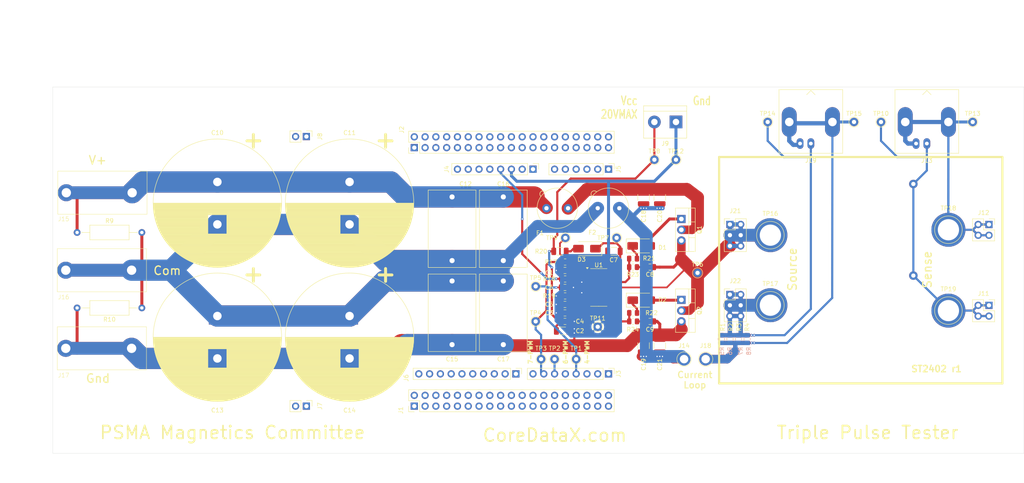
<source format=kicad_pcb>
(kicad_pcb (version 20240108) (generator "pcbnew") (generator_version "8.0")
  (title_block (title "Triple Pulse Core Tester") (date "2025-01-31") (rev "1") (company "CoreDataX"))
  (layers (0 "F.Cu" signal) (31 "B.Cu" signal) (34 "B.Paste" user) (35 "F.Paste" user) (36 "B.SilkS" user "B.Silkscreen") (37 "F.SilkS" user "F.Silkscreen") (38 "B.Mask" user) (39 "F.Mask" user) (44 "Edge.Cuts" user))
  (net 0 "")
  (net 1 "GND")
  (net 2 "Net-(U1-IN)")
  (net 3 "Net-(J9-Pin_2)")
  (net 4 "Net-(U1-DT)")
  (net 5 "SD")
  (net 6 "Net-(D3-K)")
  (net 7 "Net-(D1-A)")
  (net 8 "Net-(D2-A)")
  (net 9 "Net-(D1-K)")
  (net 10 "Net-(D2-K)")
  (net 11 "Net-(D3-A)")
  (net 12 "FIX_A")
  (net 13 "FIX_B")
  (net 14 "Net-(J11-Pin_1)")
  (net 15 "PWM")
  (net 16 "Net-(U1-HVG)")
  (net 17 "Net-(U1-LVG)")
  (net 103 "Net-(J16-Pin_1)")
  (net 107 "5V")
  (net 128 "Net-(J12-Pin_1)")
  (net 129 "Net-(J15-Pin_1)")
  (net 130 "Net-(J18-Pin_1)")
  (net 131 "Net-(J3-Pin_6)")
  (net 132 "Net-(J19-In)")
  (net 133 "unconnected-(J6-Pin_3-Pad3)")
  (net 135 "unconnected-(J6-Pin_4-Pad4)")
  (net 136 "Net-(Q1-D)")
  (footprint "Fuse:Fuseholder_TR5_Littelfuse_No560_No460" (layer "F.Cu") (at 165.735 82.55 180)
    (property "Reference" "F2")
    (property "Value" "6.3A FA" (hide yes))
  )
  (footprint "Resistor_SMD:R_0805_2012Metric" (layer "F.Cu") (at 152.9825 99.22)
    (property "Reference" "R18")
    (property "Value" "43k" (hide yes))
  )
  (footprint "Connector_PinSocket_2.54mm:PinSocket_2x02_P2.54mm_Vertical" (layer "F.Cu") (at 252.75 105.43)
    (property "Reference" "J11")
    (property "Value" "Conn_02x02_Top_Bottom")
  )
  (footprint "Capacitor_THT:C_Rect_L18.0mm_W11.0mm_P15.00mm_FKS3_FKP3" (layer "F.Cu") (at 138.43 79.89 -90)
    (property "Reference" "C16")
    (property "Value" "4.7uF" (hide yes))
  )
  (footprint "Resistor_SMD:R_0805_2012Metric" (layer "F.Cu") (at 193.818 113.3875 90)
    (property "Reference" "R3")
    (property "Value" "R820")
  )
  (footprint "TestPoint:TestPoint_THTPad_D2.0mm_Drill1.0mm" (layer "F.Cu") (at 147.32 118.11)
    (property "Reference" "TP3")
    (property "Value" "TestPoint" (hide yes))
  )
  (footprint "Package_TO_SOT_THT:TO-220-3_Vertical" (layer "F.Cu") (at 180.34 85.09 -90)
    (property "Reference" "Q1")
    (property "Value" "STB100N10F7")
  )
  (footprint "Connector_PinHeader_2.54mm:PinHeader_2x03_P2.54mm_Vertical" (layer "F.Cu") (at 191.765 102.885)
    (property "Reference" "J22")
    (property "Value" "Conn_02x03_Top_Bottom")
  )
  (footprint "Connector_PinHeader_2.54mm:PinHeader_2x19_P2.54mm_Vertical" (layer "F.Cu") (at 117.475 68.275 90)
    (property "Reference" "J2")
    (property "Value" "Conn_02x19_Odd_Even" (hide yes))
  )
  (footprint "Connector_PinSocket_2.54mm:PinSocket_2x02_P2.54mm_Vertical" (layer "F.Cu") (at 252.75 86.38)
    (property "Reference" "J12")
    (property "Value" "Conn_02x02_Top_Bottom")
  )
  (footprint "MountingHole:MountingHole_3.2mm_M3_DIN965" (layer "F.Cu") (at 36.83 135.89)
    (property "Reference" "H6" (hide yes))
    (property "Value" "MountingHole" (hide yes))
  )
  (footprint "Connector_PinHeader_2.54mm:PinHeader_1x08_P2.54mm_Vertical" (layer "F.Cu") (at 145.415 73.355 -90)
    (property "Reference" "J4")
    (property "Value" "Conn_01x08")
  )
  (footprint "MountingHole:MountingHole_3.2mm_M3_DIN965" (layer "F.Cu") (at 112.395 135.89)
    (property "Reference" "H7" (hide yes))
    (property "Value" "MountingHole" (hide yes))
  )
  (footprint "TestPoint:TestPoint_Plated_Hole_D5.0mm" (layer "F.Cu") (at 243.205 87.63)
    (property "Reference" "TP18")
    (property "Value" "TestPoint")
  )
  (footprint "Capacitor_SMD:C_0805_2012Metric" (layer "F.Cu") (at 172.945 96.425)
    (property "Reference" "C8")
    (property "Value" "C" (hide yes))
  )
  (footprint "Resistor_SMD:R_0805_2012Metric" (layer "F.Cu") (at 168.9675 94.425)
    (property "Reference" "R21")
    (property "Value" "R" (hide yes))
  )
  (footprint "TestPoint:TestPoint_Plated_Hole_D2.0mm" (layer "F.Cu") (at 180.975 118.11)
    (property "Reference" "J14")
    (property "Value" "Screw_Terminal_01x01" (hide yes))
  )
  (footprint "Capacitor_SMD:C_0805_2012Metric" (layer "F.Cu") (at 152.945 107.22 180)
    (property "Reference" "C3")
    (property "Value" "220nF 50V" (hide yes))
  )
  (footprint "TerminalBlock:TerminalBlock_bornier-2_P5.08mm" (layer "F.Cu") (at 179.07 62.23 180)
    (property "Reference" "J9")
    (property "Value" "Screw_Terminal_01x02")
  )
  (footprint "Capacitor_THT:C_Rect_L18.0mm_W11.0mm_P15.00mm_FKS3_FKP3" (layer "F.Cu") (at 126.365 79.89 -90)
    (property "Reference" "C12")
    (property "Value" "4.7uF" (hide yes))
  )
  (footprint "Capacitor_SMD:C_0805_2012Metric" (layer "F.Cu") (at 152.945 101.22)
    (property "Reference" "C6")
    (property "Value" "33pF/25V" (hide yes))
  )
  (footprint "TestPoint:TestPoint_THTPad_D2.0mm_Drill1.0mm" (layer "F.Cu") (at 184.15 97.79)
    (property "Reference" "TP6")
    (property "Value" "ORG")
  )
  (footprint "Capacitor_SMD:C_0805_2012Metric" (layer "F.Cu") (at 152.945 97.22 180)
    (property "Reference" "C1")
    (property "Value" "33pF/25V" (hide yes))
  )
  (footprint "Fuse:Fuseholder_TR5_Littelfuse_No560_No460" (layer "F.Cu") (at 153.67 82.56 180)
    (property "Reference" "F1")
    (property "Value" "6.3A FA")
  )
  (footprint "Resistor_SMD:R_0805_2012Metric" (layer "F.Cu") (at 168.9675 96.425)
    (property "Reference" "R23")
    (property "Value" "10R" (hide yes))
  )
  (footprint "Resistor_SMD:R_0805_2012Metric" (layer "F.Cu") (at 152.9825 103.22 180)
    (property "Reference" "R19")
    (property "Value" "R" (hide yes))
  )
  (footprint "Capacitor_SMD:C_1210_3225Metric" (layer "F.Cu") (at 171.45 114.935 90)
    (property "Reference" "C19")
    (property "Value" "10uF 50V")
  )
  (footprint "Connector_Coaxial:BNC_Amphenol_B6252HB-NPP3G-50_Horizontal" (layer "F.Cu") (at 210.82 67.31)
    (property "Reference" "J19")
    (property "Value" "BNC")
  )
  (footprint "Resistor_SMD:R_0805_2012Metric" (layer "F.Cu") (at 168.9825 107.22 180)
    (property "Reference" "R22")
    (property "Value" "R" (hide yes))
  )
  (footprint "Resistor_THT:R_Axial_DIN0309_L9.0mm_D3.2mm_P15.24mm_Horizontal" (layer "F.Cu") (at 38.1 88.265)
    (property "Reference" "R9")
    (property "Value" "3k 0.5W")
  )
  (footprint "Capacitor_SMD:C_0805_2012Metric" (layer "F.Cu") (at 152.945 109.22)
    (property "Reference" "C4")
    (property "Value" "220nF 50V" (hide yes))
  )
  (footprint "Diode_SMD:D_SMA" (layer "F.Cu") (at 170.895 104.22)
    (property "Reference" "D2")
    (property "Value" "30V,2A" (hide yes))
  )
  (footprint "Connector_Coaxial:BNC_Amphenol_B6252HB-NPP3G-50_Horizontal" (layer "F.Cu") (at 238.125 67.31)
    (property "Reference" "J13")
    (property "Value" "BNC")
  )
  (footprint "TestPoint:TestPoint_Plated_Hole_D5.0mm" (layer "F.Cu") (at 201.295 105.41)
    (property "Reference" "TP17")
    (property "Value" "TestPoint")
  )
  (footprint "Package_SO:SO-14_3.9x8.65mm_P1.27mm" (layer "F.Cu") (at 160.895 101.22)
    (property "Reference" "U1")
    (property "Value" "L6494LD" (hide yes))
  )
  (footprint "TestPoint:TestPoint_THTPad_D2.0mm_Drill1.0mm" (layer "F.Cu") (at 200.66 62.23)
    (property "Reference" "TP14")
    (property "Value" "WHT")
  )
  (footprint "Capacitor_THT:CP_Radial_D30.0mm_P10.00mm_SnapIn" (layer "F.Cu") (at 102.235 107.95 -90)
    (property "Reference" "C14")
    (property "Value" "1000uF")
  )
  (footprint "Connector_PinHeader_2.54mm:PinHeader_2x19_P2.54mm_Vertical" (layer "F.Cu") (at 117.475 129.185 90)
    (property "Reference" "J1")
    (property "Value" "Conn_02x19_Odd_Even" (hide yes))
  )
  (footprint "Resistor_SMD:R_0805_2012Metric" (layer "F.Cu") (at 168.9825 109.22)
    (property "Reference" "R24")
    (property "Value" "10R" (hide yes))
  )
  (footprint "Diode_SMD:D_SMA" (layer "F.Cu") (at 158.115 92.075 180)
    (property "Reference" "D3")
    (property "Value" "D")
  )
  (footprint "TestPoint:TestPoint_THTPad_D2.0mm_Drill1.0mm" (layer "F.Cu") (at 179.07 71.12)
    (property "Reference" "TP12")
    (property "Value" "TestPoint")
  )
  (footprint "MountingHole:MountingHole_3.2mm_M3_DIN965" (layer "F.Cu") (at 36.83 59.055)
    (property "Reference" "H5" (hide yes))
    (property "Value" "MountingHole" (hide yes))
  )
  (footprint "Capacitor_THT:CP_Radial_D30.0mm_P10.00mm_SnapIn" (layer "F.Cu") (at 71.12 76.36 -90)
    (property "Reference" "C10")
    (property "Value" "1000uF")
  )
  (footprint "Connector_PinHeader_2.54mm:PinHeader_1x02_P2.54mm_Vertical" (layer "F.Cu") (at 92.075 65.659 -90)
    (property "Reference" "J8")
    (property "Value" "Conn_01x02" (hide yes))
  )
  (footprint "Capacitor_SMD:C_1206_3216Metric" (layer "F.Cu") (at 164.465 92.71 180)
    (property "Reference" "C7")
    (property "Value" "2.2uF" (hide yes))
  )
  (footprint "TestPoint:TestPoint_THTPad_D2.0mm_Drill1.0mm" (layer "F.Cu") (at 173.99 71.12)
    (property "Reference" "TP8")
    (property "Value" "TestPoint")
  )
  (footprint "Capacitor_SMD:C_1210_3225Metric" (layer "F.Cu") (at 175.26 114.935 90)
    (property "Reference" "C21")
    (property "Value" "10uF 50V")
  )
  (footprint "Connector_PinHeader_2.54mm:PinHeader_1x10_P2.54mm_Vertical" (layer "F.Cu") (at 141.395 121.585 -90)
    (property "Reference" "J6")
    (property "Value" "Conn_01x10" (hide yes))
  )
  (footprint "TestPoint:TestPoint_THTPad_D2.0mm_Drill1.0mm" (layer "F.Cu") (at 146.05 100.965)
    (property "Reference" "TP5")
    (property "Value" "TestPoint")
  )
  (footprint "TestPoint:TestPoint_THTPad_D2.0mm_Drill1.0mm" (layer "F.Cu") (at 150.495 118.11)
    (property "Reference" "TP2")
    (property "Value" "TestPoint" (hide yes))
  )
  (footprint "Resistor_SMD:R_0805_2012Metric" (layer "F.Cu") (at 189.738 113.3875 90)
    (property "Reference" "R1")
    (property "Value" "R820")
  )
  (footprint "TestPoint:TestPoint_THTPad_D2.0mm_Drill1.0mm" (layer "F.Cu") (at 146.05 109.22)
    (property "Reference" "TP4")
    (property "Value" "TestPoint" (hide yes))
  )
  (footprint "Capacitor_SMD:C_1210_3225Metric" (layer "F.Cu") (at 175.26 80.01 -90)
    (property "Reference" "C20")
    (property "Value" "10uF 50V")
  )
  (footprint "MountingHole:MountingHole_3.2mm_M3_DIN965" (layer "F.Cu") (at 112.395 59.055)
    (property "Reference" "H8" (hide yes))
    (property "Value" "MountingHole" (hide yes))
  )
  (footprint "TestPoint:TestPoint_THTPad_D2.0mm_Drill1.0mm" (layer "F.Cu") (at 153.035 89.535)
    (property "Reference" "TP9")
    (property "Value" "WHT")
  )
  (footprint "Resistor_SMD:R_0805_2012Metric" (layer "F.Cu") (at 195.818 113.3875 90)
    (property "Reference" "R4")
    (property "Value" "R820")
  )
  (footprint "Capacitor_SMD:C_1210_3225Metric" (layer "F.Cu") (at 171.45 80.01 -90)
    (property "Reference" "C18")
    (property "Value" "10uF 50V")
  )
  (footprint "TestPoint:TestPoint_Plated_Hole_D2.0mm" (layer "F.Cu") (at 186.055 118.11)
    (property "Reference" "J18")
    (property "Value" "Screw_Terminal_01x01" (hide yes))
  )
  (footprint "Library:Banana_4mm_pcb" (layer "F.Cu") (at 43.18 97.155 180)
    (property "Reference" "J16")
    (property "Value" "Screw_Terminal_01x01" (hide yes))
  )
  (footprint "Resistor_SMD:R_0805_2012Metric" (layer "F.Cu") (at 152.9825 95.22 180)
    (property "Reference" "R17")
    (property "Value" "1k" (hide yes))
  )
  (footprint "TestPoint:TestPoint_THTPad_D2.0mm_Drill1.0mm" (layer "F.Cu") (at 165.1 89.535)
    (property "Reference" "TP7")
    (property "Value" "ORG")
  )
  (footprint "MountingHole:MountingHole_3.2mm_M3_DIN965" (layer "F.Cu") (at 192.405 135.89)
    (property "Reference" "H4" (hide yes))
    (property "Value" "MountingHole" (hide yes))
  )
  (footprint "Capacitor_SMD:C_0805_2012Metric" (layer "F.Cu") (at 152.945 105.22 180)
    (property "Reference" "C5")
    (property "Value" "220nF/50V" (hide yes))
  )
  (footprint "MountingHole:MountingHole_3.2mm_M3_DIN965" (layer "F.Cu") (at 256.54 136)
    (property "Reference" "H2" (hide yes))
    (property "Value" "MountingHole" (hide yes))
  )
  (footprint "TestPoint:TestPoint_THTPad_D2.0mm_Drill1.0mm" (layer "F.Cu") (at 160.655 110.49)
    (property "Reference" "TP11")
    (property "Value" "BLK")
  )
  (footprint "Package_TO_SOT_THT:TO-220-3_Vertical" (layer "F.Cu") (at 180.34 104.14 -90)
    (property "Reference" "Q2")
    (property "Value" "STB100N10F7")
  )
  (footprint "Connector_PinHeader_2.54mm:PinHeader_1x06_P2.54mm_Vertical" (layer "F.Cu") (at 163.195 73.355 -90)
    (property "Reference" "J5")
    (property "Value" "Conn_01x06" (hide yes))
  )
  (footprint "TestPoint:TestPoint_THTPad_D2.0mm_Drill1.0mm" (layer "F.Cu") (at 155.575 118.11)
    (property "Reference" "TP1")
    (property "Value" "TestPoint" (hide yes))
  )
  (footprint "TestPoint:TestPoint_Plated_Hole_D5.0mm" (layer "F.Cu") (at 201.295 88.9)
    (property "Reference" "TP16")
    (property "Value" "TestPoint")
  )
  (footprint "Resistor_THT:R_Axial_DIN0309_L9.0mm_D3.2mm_P15.24mm_Horizontal" (layer "F.Cu") (at 53.34 106.045 180)
    (property "Reference" "R10")
    (property "Value" "3k 0.5W")
  )
  (footprint "Diode_SMD:D_SMA" (layer "F.Cu") (at 170.88 91.425)
    (property "Reference" "D1")
    (property "Value" "30V,2A" (hide yes))
  )
  (footprint "Capacitor_SMD:C_0805_2012Metric" (layer "F.Cu") (at 172.945 109.22)
    (property "Reference" "C9")
    (property "Value" "C" (hide yes))
  )
  (footprint "Capacitor_SMD:C_1206_3216Metric" (layer "F.Cu") (at 152.395 111.47)
    (property "Reference" "C2")
    (property "Value" "10uF 50V" (hide yes))
  )
  (footprint "Library:Banana_4mm_pcb" (layer "F.Cu") (at 43.18 115.57 180)
    (property "Reference" "J17")
    (property "Value" "Screw_Terminal_01x01" (hide yes))
  )
  (footprint "Library:Banana_4mm_pcb" (layer "F.Cu") (at 43.31 78.9 180)
    (property "Reference" "J15")
    (property "Value" "Screw_Terminal_01x01" (hide yes))
  )
  (footprint "TestPoint:TestPoint_THTPad_D2.0mm_Drill1.0mm" (layer "F.Cu") (at 220.98 62.23)
    (property "Reference" "TP15")
    (property "Value" "ORG" (hide yes))
  )
  (footprint "TestPoint:TestPoint_THTPad_D2.0mm_Drill1.0mm" (layer "F.Cu") (at 248.92 62.23)
    (property "Reference" "TP13")
    (property "Value" "ORG")
  )
  (footprint "Capacitor_THT:C_Rect_L18.0mm_W11.0mm_P15.00mm_FKS3_FKP3" (layer "F.Cu") (at 138.43 99.695 -90)
    (property "Reference" "C17")
    (property "Value" "4.7uF" (hide yes))
  )
  (footprint "MountingHole:MountingHole_3.2mm_M3_DIN965" (layer "F.Cu") (at 192.405 59.055)
    (property "Reference" "H3" (hide yes))
    (property "Value" "MountingHole" (hide yes))
  )
  (footprint "Capacitor_THT:CP_Radial_D30.0mm_P10.00mm_SnapIn" (layer "F.Cu") (at 71.12 107.95 -90)
    (property "Reference" "C13")
    (property "Value" "1000uF")
  )
  (footprint "Connector_PinHeader_2.54mm:PinHeader_1x02_P2.54mm_Vertical" (layer "F.Cu") (at 92.075 129.185 -90)
    (property "Reference" "J7")
    (property "Value" "Conn_01x02" (hide yes))
  )
  (footprint "Capacitor_THT:C_Rect_L18.0mm_W11.0mm_P15.00mm_FKS3_FKP3" (layer "F.Cu") (at 126.365 99.695 -90)
    (property "Reference" "C15")
    (property "Value" "4.7uF" (hide yes))
  )
  (footprint "MountingHole:MountingHole_3.2mm_M3_DIN965" (layer "F.Cu") (at 256.54 59.055)
    (property "Reference" "H1" (hide yes))
    (property "Value" "MountingHole" (hide yes))
  )
  (footprint "Connector_PinHeader_2.54mm:PinHeader_1x08_P2.54mm_Vertical" (layer "F.Cu") (at 163.195 121.585 -90)
    (property "Reference" "J3")
    (property "Value" "Conn_01x08" (hide yes))
  )
  (footprint "Resistor_SMD:R_1206_3216Metric" (layer "F.Cu") (at 151.765 92.71)
    (property "Reference" "R20")
    (property "Value" "10R" (hide yes))
  )
  (footprint "Connector_PinHeader_2.54mm:PinHeader_2x03_P2.54mm_Vertical" (layer "F.Cu") (at 191.77 86.36)
    (property "Reference" "J21")
    (property "Value" "Conn_02x03_Top_Bottom")
  )
  (footprint "TestPoint:TestPoint_Plated_Hole_D5.0mm" (layer "F.Cu") (at 243.205 106.68)
    (property "Reference" "TP19")
    (property "Value" "TestPoint")
  )
  (footprint "TestPoint:TestPoint_THTPad_D2.0mm_Drill1.0mm" (layer "F.Cu") (at 227.33 62.23)
    (property "Reference" "TP10")
    (property "Value" "WHT")
  )
  (footprint "Resistor_SMD:R_0805_2012Metric" (layer "F.Cu") (at 191.818 113.3875 90)
    (property "Reference" "R2")
    (property "Value" "R820")
  )
  (footprint "Capacitor_THT:CP_Radial_D30.0mm_P10.00mm_SnapIn" (layer "F.Cu") (at 102.235 76.36 -90)
    (property "Reference" "C11")
    (property "Value" "1000uF")
  )
  (footprint "Resistor_SMD:R_0805_2012Metric" (layer "B.Cu") (at 189.738 113.3875 90)
    (property "Reference" "R5")
    (property "Value" "R820")
  )
  (footprint "Resistor_SMD:R_0805_2012Metric" (layer "B.Cu") (at 191.77 113.3875 90)
    (property "Reference" "R6")
    (property "Value" "R820")
  )
  (footprint "Resistor_SMD:R_0805_2012Metric" (layer "B.Cu") (at 195.818 113.3875 90)
    (property "Reference" "R8")
    (property "Value" "R820")
  )
  (footprint "Resistor_SMD:R_0805_2012Metric" (layer "B.Cu") (at 193.802 113.3875 90)
    (property "Reference" "R7")
    (property "Value" "R820")
  )
  (gr_line (start 78.095 66.680869) (end 81.095 66.680869) (stroke (width 0.7)) (layer "F.SilkS"))
  (gr_line (start 189.23 123.825) (end 189.23 70.485) (stroke (width 0.5)) (layer "F.SilkS"))
  (gr_line (start 189.23 70.485) (end 255.905 70.485) (stroke (width 0.5)) (layer "F.SilkS"))
  (gr_line (start 79.595 96.770869) (end 79.595 99.770869) (stroke (width 0.7)) (layer "F.SilkS"))
  (gr_line (start 110.71 96.770869) (end 110.71 99.770869) (stroke (width 0.7)) (layer "F.SilkS"))
  (gr_line (start 79.595 65.180869) (end 79.595 68.180869) (stroke (width 0.7)) (layer "F.SilkS"))
  (gr_line (start 78.095 98.270869) (end 81.095 98.270869) (stroke (width 0.7)) (layer "F.SilkS"))
  (gr_line (start 110.71 65.180869) (end 110.71 68.180869) (stroke (width 0.7)) (layer "F.SilkS"))
  (gr_line (start 255.905 123.825) (end 189.23 123.825) (stroke (width 0.5)) (layer "F.SilkS"))
  (gr_line (start 109.21 98.270869) (end 112.21 98.270869) (stroke (width 0.7)) (layer "F.SilkS"))
  (gr_line (start 109.21 66.680869) (end 112.21 66.680869) (stroke (width 0.7)) (layer "F.SilkS"))
  (gr_line (start 255.905 70.485) (end 255.905 123.825) (stroke (width 0.5)) (layer "F.SilkS"))
  (gr_rect (start 32.385 53.975) (end 260.985 140.335) (stroke (width 0.05)) (fill none) (layer "Edge.Cuts"))
  (gr_text "Gnd" (at 40.005 123.825 0) (layer "F.SilkS") (effects (font (size 2 2) (thickness 0.3)) (justify left bottom)))
  (gr_text "Vcc\n20VMAX" (at 170.18 61.595 0) (layer "F.SilkS") (effects (font (size 2 1.5) (thickness 0.3) (bold yes)) (justify right bottom)))
  (gr_text "Triple Pulse Tester" (at 202.565 137.16 0) (layer "F.SilkS") (effects (font (size 3 3) (thickness 0.4)) (justify left bottom)))
  (gr_text "ST2402 r1" (at 234.315 121.285 0) (layer "F.SilkS") (effects (font (size 1.5 1.5) (thickness 0.3) (bold yes)) (justify left bottom)))
  (gr_text "CoreDataX.com" (at 133.35 137.795 0) (layer "F.SilkS") (effects (font (size 3 3) (thickness 0.4) (bold yes)) (justify left bottom)))
  (gr_text "PSMA Magnetics Committee" (at 43.18 137.16 0) (layer "F.SilkS") (effects (font (size 3 3) (thickness 0.4)) (justify left bottom)))
  (gr_text "Sense" (at 239.395 101.6 90) (layer "F.SilkS") (effects (font (size 2 2) (thickness 0.3)) (justify left bottom)))
  (gr_text "6-PWM" (at 153.67 119.38 90) (layer "F.SilkS") (effects (font (size 1 1) (thickness 0.25) (bold yes)) (justify left bottom)))
  (gr_text "4-PWM" (at 158.75 119.38 90) (layer "F.SilkS") (effects (font (size 1 1) (thickness 0.25) (bold yes)) (justify left bottom)))
  (gr_text "Gnd" (at 182.88 58.42 0) (layer "F.SilkS") (effects (font (size 2 1.5) (thickness 0.3)) (justify left bottom)))
  (gr_text "7-PWM" (at 145.415 119.38 90) (layer "F.SilkS") (effects (font (size 1 1) (thickness 0.25) (bold yes)) (justify left bottom)))
  (gr_text "Current\nLoop" (at 183.515 125.095 0) (layer "F.SilkS") (effects (font (size 1.5 1.5) (thickness 0.25) (bold yes)) (justify bottom)))
  (gr_text "V+" (at 40.64 72.39 0) (layer "F.SilkS") (effects (font (size 2 2) (thickness 0.3)) (justify left bottom)))
  (gr_text "Com" (at 55.88 98.425 0) (layer "F.SilkS") (effects (font (size 2 2) (thickness 0.3)) (justify left bottom)))
  (gr_text "Source" (at 207.645 102.235 90) (layer "F.SilkS") (effects (font (size 2 2) (thickness 0.3)) (justify left bottom)))
  (segment (start 150.895 107.22) (end 151.995 107.22) (width 0.5) (layer "F.Cu") (net 1))
  (segment (start 35.43 115.57) (end 38.1 115.57) (width 3) (layer "F.Cu") (net 1))
  (segment (start 126.365 114.695) (end 138.43 114.695) (width 5) (layer "F.Cu") (net 1))
  (segment (start 155.145 110.97) (end 155.145 114.73) (width 0.5) (layer "F.Cu") (net 1))
  (segment (start 138.43 114.935) (end 154.94 114.935) (width 3) (layer "F.Cu") (net 1))
  (segment (start 156.895 99.97) (end 158.4 99.97) (width 0.5) (layer "F.Cu") (net 1))
  (segment (start 154.37 110.97) (end 153.87 111.47) (width 0.5) (layer "F.Cu") (net 1))
  (segment (start 175.26 109.855) (end 175.26 113.03) (width 0.7) (layer "F.Cu") (net 1))
  (segment (start 155.145 111.97) (end 154.37 111.97) (width 0.5) (layer "F.Cu") (net 1))
  (segment (start 155.145 114.73) (end 154.94 114.935) (width 0.5) (layer "F.Cu") (net 1))
  (segment (start 38.1 106.045) (end 38.1 115.57) (width 0.7) (layer "F.Cu") (net 1))
  (segment (start 71.12 117.95) (end 53.31 117.95) (width 5) (layer "F.Cu") (net 1))
  (segment (start 158.4 99.97) (end 158.42 99.95) (width 0.5) (layer "F.Cu") (net 1))
  (segment (start 111.285 117.95) (end 102.235 117.95) (width 5) (layer "F.Cu") (net 1))
  (segment (start 114.54 114.695) (end 111.285 117.95) (width 5) (layer "F.Cu") (net 1))
  (segment (start 154.94 114.935) (end 167.64 114.935) (width 3) (layer "F.Cu") (net 1))
  (segment (start 102.235 117.95) (end 71.12 117.95) (width 5) (layer "F.Cu") (net 1))
  (segment (start 158.4 102.47) (end 158.42 102.49) (width 0.5) (layer "F.Cu") (net 1))
  (segment (start 154.37 111.97) (end 153.87 111.47) (width 0.5) (layer "F.Cu") (net 1))
  (segment (start 150.895 103.22) (end 152.07 103.22) (width 0.5) (layer "F.Cu") (net 1))
  (segment (start 167.64 114.935) (end 170.18 112.395) (width 3) (layer "F.Cu") (net 1))
  (segment (start 170.18 112.395) (end 179.07 112.395) (width 3) (layer "F.Cu") (net 1))
  (segment (start 179.07 112.395) (end 180.34 111.125) (width 3) (layer "F.Cu") (net 1))
  (segment (start 173.895 109.22) (end 174.625 109.22) (width 0.7) (layer "F.Cu") (net 1))
  (segment (start 150.895 97.22) (end 151.995 97.22) (width 0.5) (layer "F.Cu") (net 1))
  (segment (start 180.34 111.125) (end 180.34 109.22) (width 2) (layer "F.Cu") (net 1))
  (segment (start 53.31 117.95) (end 50.93 115.57) (width 5) (layer "F.Cu") (net 1))
  (segment (start 38.1 115.57) (end 50.93 115.57) (width 3) (layer "F.Cu") (net 1))
  (segment (start 156.895 102.47) (end 158.4 102.47) (width 0.5) (layer "F.Cu") (net 1))
  (segment (start 155.145 110.97) (end 154.37 110.97) (width 0.5) (layer "F.Cu") (net 1))
  (segment (start 150.895 105.22) (end 151.995 105.22) (width 0.5) (layer "F.Cu") (net 1))
  (segment (start 155.145 109.22) (end 153.895 109.22) (width 0.5) (layer "F.Cu") (net 1))
  (segment (start 174.625 109.22) (end 175.26 109.855) (width 0.7) (layer "F.Cu") (net 1))
  (segment (start 154.94 101.22) (end 153.895 101.22) (width 0.4) (layer "F.Cu") (net 1))
  (segment (start 126.365 114.695) (end 114.54 114.695) (width 5) (layer "F.Cu") (net 1))
  (via (at 150.895 105.22) (size 0.6) (drill 0.3) (layers "F.Cu" "B.Cu") (net 1))
  (via (at 155.145 109.22) (size 0.6) (drill 0.3) (layers "F.Cu" "B.Cu") (net 1))
  (via (at 156.895 102.47) (size 0.6) (drill 0.3) (layers "F.Cu" "B.Cu") (net 1))
  (via (at 150.895 103.22) (size 0.6) (drill 0.3) (layers "F.Cu" "B.Cu") (net 1))
  (via (at 150.895 107.22) (size 0.6) (drill 0.3) (layers "F.Cu" "B.Cu") (net 1))
  (via (at 150.895 97.22) (size 0.6) (drill 0.3) (layers "F.Cu" "B.Cu") (net 1))
  (via (at 155.145 111.97) (size 0.6) (drill 0.3) (layers "F.Cu" "B.Cu") (net 1))
  (via (at 156.895 99.97) (size 0.6) (drill 0.3) (layers "F.Cu" "B.Cu") (net 1))
  (via (at 155.145 110.97) (size 0.6) (drill 0.3) (layers "F.Cu" "B.Cu") (net 1))
  (via (at 154.94 101.22) (size 0.6) (drill 0.3) (layers "F.Cu" "B.Cu") (net 1))
  (segment (start 150.895 107.22) (end 153.885 107.22) (width 0.5) (layer "B.Cu") (net 1))
  (segment (start 179.07 71.12) (end 173.99 76.2) (width 0.7) (layer "B.Cu") (net 1))
  (segment (start 156.895 99.97) (end 156.895 100.965) (width 0.5) (layer "B.Cu") (net 1))
  (segment (start 179.07 62.23) (end 179.07 71.12) (width 0.7) (layer "B.Cu") (net 1))
  (segment (start 112.555 117.95) (end 115.81 114.695) (width 5) (layer "B.Cu") (net 1))
  (segment (start 140.335 74.93) (end 141.605 76.2) (width 0.7) (layer "B.Cu") (net 1))
  (segment (start 140.335 73.355) (end 140.335 74.93) (width 0.7) (layer "B.Cu") (net 1))
  (segment (start 156.895 103.505) (end 156.895 105.41) (width 0.5) (layer "B.Cu") (net 1))
  (segment (start 156.895 100.965) (end 156.895 102.47) (width 0.5) (layer "B.Cu") (net 1))
  (segment (start 156.895 102.47) (end 156.895 103.505) (width 0.5) (layer "B.Cu") (net 1))
  (segment (start 154.08 97.155) (end 156.895 99.97) (width 0.5) (layer "B.Cu") (net 1))
  (segment (start 153.885 107.22) (end 155.145 108.48) (width 0.5) (layer "B.Cu") (net 1))
  (segment (start 156.405 107.22) (end 156.895 106.73) (width 0.5) (layer "B.Cu") (net 1))
  (segment (start 71.12 117.95) (end 53.31 117.95) (width 5) (layer "B.Cu") (net 1))
  (segment (start 151.7 97.22) (end 151.765 97.155) (width 0.5) (layer "B.Cu") (net 1))
  (segment (start 150.895 105.22) (end 156.705 105.22) (width 0.5) (layer "B.Cu") (net 1))
  (segment (start 102.235 117.95) (end 112.555 117.95) (width 5) (layer "B.Cu") (net 1))
  (segment (start 154.94 101.22) (end 156.64 101.22) (width 0.4) (layer "B.Cu") (net 1))
  (segment (start 156.705 105.22) (end 156.895 105.41) (width 0.5) (layer "B.Cu") (net 1))
  (segment (start 163.195 94.615) (end 157.84 99.97) (width 0.7) (layer "B.Cu") (net 1))
  (segment (start 155.145 108.48) (end 156.895 106.73) (width 0.5) (layer "B.Cu") (net 1))
  (segment (start 163.195 76.2) (end 163.195 94.615) (width 0.7) (layer "B.Cu") (net 1))
  (segment (start 151.765 97.155) (end 154.08 97.155) (width 0.5) (layer "B.Cu") (net 1))
  (segment (start 156.64 101.22) (end 156.895 100.965) (width 0.4) (layer "B.Cu") (net 1))
  (segment (start 163.195 76.2) (end 173.99 76.2) (width 0.7) (layer "B.Cu") (net 1))
  (segment (start 156.895 106.73) (end 160.655 110.49) (width 0.5) (layer "B.Cu") (net 1))
  (segment (start 53.31 117.95) (end 50.93 115.57) (width 5) (layer "B.Cu") (net 1))
  (segment (start 156.61 103.22) (end 156.895 103.505) (width 0.5) (layer "B.Cu") (net 1))
  (segment (start 157.84 99.97) (end 156.895 99.97) (width 0.7) (layer "B.Cu") (net 1))
  (segment (start 150.895 103.22) (end 156.61 103.22) (width 0.5) (layer "B.Cu") (net 1))
  (segment (start 155.145 111.97) (end 155.145 108.48) (width 0.5) (layer "B.Cu") (net 1))
  (segment (start 156.895 105.41) (end 156.895 106.73) (width 0.5) (layer "B.Cu") (net 1))
  (segment (start 150.895 97.22) (end 151.7 97.22) (width 0.5) (layer "B.Cu") (net 1))
  (segment (start 102.235 117.95) (end 71.12 117.95) (width 5) (layer "B.Cu") (net 1))
  (segment (start 50.93 115.57) (end 35.43 115.57) (width 3) (layer "B.Cu") (net 1))
  (segment (start 115.81 114.695) (end 138.43 114.695) (width 5) (layer "B.Cu") (net 1))
  (segment (start 141.605 76.2) (end 163.195 76.2) (width 0.7) (layer "B.Cu") (net 1))
  (segment (start 151.765 93.345) (end 152.54 94.12) (width 0.4) (layer "F.Cu") (net 2))
  (segment (start 153.895 95.22) (end 153.895 97.22) (width 0.5) (layer "F.Cu") (net 2))
  (segment (start 152.54 94.12) (end 152.795 94.12) (width 0.4) (layer "F.Cu") (net 2))
  (segment (start 153.035 89.535) (end 151.765 90.805) (width 0.4) (layer "F.Cu") (net 2))
  (segment (start 158.42 97.41) (end 156.085 97.41) (width 0.5) (layer "F.Cu") (net 2))
  (segment (start 155.895 97.22) (end 153.895 97.22) (width 0.5) (layer "F.Cu") (net 2))
  (segment (start 152.795 94.12) (end 153.895 95.22) (width 0.4) (layer "F.Cu") (net 2))
  (segment (start 156.085 97.41) (end 155.895 97.22) (width 0.5) (layer "F.Cu") (net 2))
  (segment (start 151.765 90.805) (end 151.765 93.345) (width 0.4) (layer "F.Cu") (net 2))
  (segment (start 151.13 78.74) (end 154.305 75.565) (width 0.5) (layer "F.Cu") (net 3))
  (segment (start 150.3025 92.71) (end 150.3025 89.7275) (width 0.5) (layer "F.Cu") (net 3))
  (segment (start 149.86 99.06) (end 149.86 107.585) (width 0.5) (layer "F.Cu") (net 3))
  (segment (start 150.92 111.47) (end 150.92 110.295) (width 0.5) (layer "F.Cu") (net 3))
  (segment (start 151.13 88.9) (end 151.13 78.74) (width 0.5) (layer "F.Cu") (net 3))
  (segment (start 151.995 109.12) (end 153.895 107.22) (width 0.5) (layer "F.Cu") (net 3))
  (segment (start 173.99 71.12) (end 173.99 62.23) (width 0.5) (layer "F.Cu") (net 3))
  (segment (start 150.3025 92.71) (end 149.225 92.71) (width 0.5) (layer "F.Cu") (net 3))
  (segment (start 149.86 96.52) (end 149.86 99.06) (width 0.5) (layer "F.Cu") (net 3))
  (segment (start 150.3025 92.71) (end 150.075 92.71) (width 0.7) (layer "F.Cu") (net 3))
  (segment (start 149.86 107.585) (end 151.495 109.22) (width 0.5) (layer "F.Cu") (net 3))
  (segment (start 150.92 110.295) (end 151.995 109.22) (width 0.5) (layer "F.Cu") (net 3))
  (segment (start 154.305 75.565) (end 169.545 75.565) (width 0.5) (layer "F.Cu") (net 3))
  (segment (start 154.895 107.47) (end 154.37 107.47) (width 0.5) (layer "F.Cu") (net 3))
  (segment (start 158.42 105.03) (end 157.335 105.03) (width 0.5) (layer "F.Cu") (net 3))
  (segment (start 150.3025 89.7275) (end 151.13 88.9) (width 0.5) (layer "F.Cu") (net 3))
  (segment (start 169.545 75.565) (end 173.99 71.12) (width 0.5) (layer "F.Cu") (net 3))
  (segment (start 157.335 105.03) (end 154.895 107.47) (width 0.5) (layer "F.Cu") (net 3))
  (via (at 149.225 92.71) (size 0.6) (drill 0.3) (layers "F.Cu" "B.Cu") (net 3))
  (via (at 149.86 96.52) (size 0.6) (drill 0.3) (layers "F.Cu" "B.Cu") (net 3))
  (segment (start 149.225 92.71) (end 149.225 95.885) (width 0.5) (layer "B.Cu") (net 3))
  (segment (start 149.225 95.885) (end 149.86 96.52) (width 0.5) (layer "B.Cu") (net 3))
  (segment (start 154.895 103.22) (end 153.895 103.22) (width 0.5) (layer "F.Cu") (net 4))
  (segment (start 156.895 101.22) (end 154.895 103.22) (width 0.5) (layer "F.Cu") (net 4))
  (segment (start 153.895 103.22) (end 153.895 105.22) (width 0.5) (layer "F.Cu") (net 4))
  (segment (start 158.42 101.22) (end 156.895 101.22) (width 0.5) (layer "F.Cu") (net 4))
  (segment (start 153.895 99.32) (end 151.995 101.22) (width 0.5) (layer "F.Cu") (net 5))
  (segment (start 158.42 98.68) (end 156.435 98.68) (width 0.5) (layer "F.Cu") (net 5))
  (segment (start 151.994 101.219) (end 151.995 101.22) (width 0.4) (layer "F.Cu") (net 5))
  (segment (start 156.435 98.68) (end 155.895 99.22) (width 0.5) (layer "F.Cu") (net 5))
  (segment (start 153.895 99.22) (end 153.895 99.32) (width 0.5) (layer "F.Cu") (net 5))
  (segment (start 155.565 121.89) (end 155.575 121.9) (width 0.5) (layer "F.Cu") (net 5))
  (segment (start 150.876 101.219) (end 151.994 101.219) (width 0.4) (layer "F.Cu") (net 5))
  (segment (start 155.895 99.22) (end 153.895 99.22) (width 0.5) (layer "F.Cu") (net 5))
  (via (at 150.876 101.219) (size 0.6) (drill 0.3) (layers "F.Cu" "B.Cu") (net 5))
  (segment (start 155.575 118.11) (end 155.565 121.636) (width 0.5) (layer "B.Cu") (net 5))
  (segment (start 149.098 109.093) (end 155.575 115.57) (width 0.5) (layer "B.Cu") (net 5))
  (segment (start 155.575 115.57) (end 155.575 118.11) (width 0.5) (layer "B.Cu") (net 5))
  (segment (start 150.876 101.219) (end 148.844 101.219) (width 0.5) (layer "B.Cu") (net 5))
  (segment (start 148.844 108.839) (end 149.098 109.093) (width 0.5) (layer "B.Cu") (net 5))
  (segment (start 148.844 101.219) (end 148.59 100.965) (width 0.5) (layer "B.Cu") (net 5))
  (segment (start 148.59 100.965) (end 146.05 100.965) (width 0.5) (layer "B.Cu") (net 5))
  (segment (start 148.844 101.219) (end 148.844 108.839) (width 0.5) (layer "B.Cu") (net 5))
  (segment (start 165.1 90.805) (end 165.1 89.535) (width 0.5) (layer "F.Cu") (net 6))
  (segment (start 163.37 98.68) (end 164.344999 98.68) (width 0.5) (layer "F.Cu") (net 6))
  (segment (start 164.344999 98.68) (end 165.94 97.084999) (width 0.5) (layer "F.Cu") (net 6))
  (segment (start 160.115 92.075) (end 160.655 92.075) (width 0.5) (layer "F.Cu") (net 6))
  (segment (start 165.94 97.084999) (end 165.94 92.71) (width 0.5) (layer "F.Cu") (net 6))
  (segment (start 165.1 90.805) (end 165.94 91.645) (width 0.5) (layer "F.Cu") (net 6))
  (segment (start 160.655 92.075) (end 161.925 90.805) (width 0.5) (layer "F.Cu") (net 6))
  (segment (start 161.925 90.805) (end 165.1 90.805) (width 0.5) (layer "F.Cu") (net 6))
  (segment (start 165.94 91.645) (end 165.94 92.71) (width 0.5) (layer "F.Cu") (net 6))
  (segment (start 172.88 89.755) (end 177.545 85.09) (width 0.7) (layer "F.Cu") (net 7))
  (segment (start 172.88 93.41) (end 172.895 93.425) (width 0.5) (layer "F.Cu") (net 7))
  (segment (start 169.88 96.425) (end 171.995 96.425) (width 0.5) (layer "F.Cu") (net 7))
  (segment (start 171.995 96.425) (end 171.995 94.325) (width 0.5) (layer "F.Cu") (net 7))
  (segment (start 172.88 93.41) (end 172.88 91.425) (width 0.5) (layer "F.Cu") (net 7))
  (segment (start 177.545 85.09) (end 180.34 85.09) (width 0.7) (layer "F.Cu") (net 7))
  (segment (start 171.995 94.325) (end 172.895 93.425) (width 0.5) (layer "F.Cu") (net 7))
  (segment (start 172.88 91.425) (end 172.88 89.755) (width 0.7) (layer "F.Cu") (net 7))
  (segment (start 171.995 107.12) (end 172.895 106.22) (width 0.5) (layer "F.Cu") (net 8))
  (segment (start 169.895 109.22) (end 171.995 109.22) (width 0.5) (layer "F.Cu") (net 8))
  (segment (start 179.705 104.14) (end 179.625 104.22) (width 0.7) (layer "F.Cu") (net 8))
  (segment (start 172.895 104.22) (end 172.895 106.22) (width 0.5) (layer "F.Cu") (net 8))
  (segment (start 171.995 109.22) (end 171.995 107.12) (width 0.5) (layer "F.Cu") (net 8))
  (segment (start 179.625 104.22) (end 172.895 104.22) (width 0.7) (layer "F.Cu") (net 8))
  (segment (start 180.34 104.14) (end 179.705 104.14) (width 0.7) (layer "F.Cu") (net 8))
  (segment (start 169.88 93.41) (end 169.88 94.425) (width 0.5) (layer "F.Cu") (net 9))
  (segment (start 168.88 91.425) (end 168.88 92.41) (width 0.5) (layer "F.Cu") (net 9))
  (segment (start 168.88 92.41) (end 169.88 93.41) (width 0.5) (layer "F.Cu") (net 9))
  (segment (start 168.895 104.22) (end 168.895 105.22) (width 0.5) (layer "F.Cu") (net 10))
  (segment (start 169.895 106.22) (end 169.895 107.22) (width 0.5) (layer "F.Cu") (net 10))
  (segment (start 168.895 105.22) (end 169.895 106.22) (width 0.5) (layer "F.Cu") (net 10))
  (segment (start 154.94 92.075) (end 154.305 92.71) (width 0.5) (layer "F.Cu") (net 11))
  (segment (start 153.2275 92.71) (end 154.305 92.71) (width 0.5) (layer "F.Cu") (net 11))
  (segment (start 156.115 92.075) (end 154.94 92.075) (width 0.5) (layer "F.Cu") (net 11))
  (segment (start 176.91 101.22) (end 181.9275 96.2025) (width 0.4) (layer "F.Cu") (net 12))
  (segment (start 175.26 96.425) (end 178.53 96.425) (width 0.7) (layer "F.Cu") (net 12))
  (segment (start 161.29 100.33) (end 161.29 95.885) (width 0.4) (layer "F.Cu") (net 12))
  (segment (start 194.31 86.36) (end 194.31 91.44) (width 1) (layer "F.Cu") (net 12))
  (segment (start 201.168 88.9) (end 194.31 88.9) (width 3) (layer "F.Cu") (net 12))
  (segment (start 184.15 98.425) (end 191.135 91.44) (width 3) (layer "F.Cu") (net 12))
  (segment (start 191.77 86.36) (end 194.31 86.36) (width 1) (layer "F.Cu") (net 12))
  (segment (start 184.15 104.775) (end 184.15 98.425) (width 3) (layer "F.Cu") (net 12))
  (segment (start 180.34 90.17) (end 180.34 94.615) (width 2) (layer "F.Cu") (net 12))
  (segment (start 162.99 94.185) (end 162.99 92.71) (width 0.4) (layer "F.Cu") (net 12))
  (segment (start 180.34 106.68) (end 182.245 106.68) (width 2) (layer "F.Cu") (net 12))
  (segment (start 173.895 96.425) (end 175.26 96.425) (width 0.7) (layer "F.Cu") (net 12))
  (segment (start 163.37 101.22) (end 162.18 101.22) (width 0.4) (layer "F.Cu") (net 12))
  (segment (start 181.9275 96.2025) (end 184.15 98.425) (width 3) (layer "F.Cu") (net 12))
  (segment (start 180.34 94.615) (end 181.9275 96.2025) (width 3) (layer "F.Cu") (net 12))
  (segment (start 182.245 106.68) (end 184.15 104.775) (width 2) (layer "F.Cu") (net 12))
  (segment (start 162.18 101.22) (end 161.29 100.33) (width 0.4) (layer "F.Cu") (net 12))
  (segment (start 194.31 91.44) (end 191.77 91.44) (width 1) (layer "F.Cu") (net 12))
  (segment (start 163.37 101.22) (end 176.91 101.22) (width 0.4) (layer "F.Cu") (net 12))
  (segment (start 191.135 91.44) (end 191.77 91.44) (width 3) (layer "F.Cu") (net 12))
  (segment (start 161.29 95.885) (end 162.99 94.185) (width 0.4) (layer "F.Cu") (net 12))
  (segment (start 194.31 88.9) (end 191.77 88.9) (width 3) (layer "F.Cu") (net 12))
  (segment (start 191.77 86.36) (end 191.77 91.44) (width 1) (layer "F.Cu") (net 12))
  (segment (start 178.53 96.425) (end 180.34 94.615) (width 0.7) (layer "F.Cu") (net 12))
  (segment (start 191.77 88.9) (end 201.168 88.9) (width 3) (layer "B.Cu") (net 12))
  (segment (start 191.77 91.44) (end 194.31 91.44) (width 1) (layer "B.Cu") (net 12))
  (segment (start 191.77 86.36) (end 194.31 86.36) (width 1) (layer "B.Cu") (net 12))
  (segment (start 194.31 86.36) (end 194.31 91.44) (width 1) (layer "B.Cu") (net 12))
  (segment (start 191.77 86.36) (end 191.77 91.44) (width 1) (layer "B.Cu") (net 12))
  (segment (start 175.26 117.475) (end 174.625 117.475) (width 2) (layer "F.Cu") (net 13))
  (segment (start 170.815 82.55) (end 170.815 82.12) (width 1) (layer "F.Cu") (net 13))
  (segment (start 174.625 82.12) (end 175.26 81.485) (width 1) (layer "F.Cu") (net 13))
  (segment (start 174.625 82.55) (end 174.625 82.12) (width 1) (layer "F.Cu") (net 13))
  (segment (start 175.895 82.12) (end 175.26 81.485) (width 1) (layer "F.Cu") (net 13))
  (segment (start 171.45 117.475) (end 170.815 117.475) (width 2) (layer "F.Cu") (net 13))
  (segment (start 172.085 82.55) (end 172.085 82.12) (width 1) (layer "F.Cu") (net 13))
  (segment (start 172.085 117.475) (end 171.45 117.475) (width 2) (layer "F.Cu") (net 13))
  (segment (start 171.45 82.55) (end 171.45 81.485) (width 1) (layer "F.Cu") (net 13))
  (segment (start 175.895 82.55) (end 175.895 82.12) (width 1) (layer "F.Cu") (net 13))
  (segment (start 172.085 82.12) (end 171.45 81.485) (width 1) (layer "F.Cu") (net 13))
  (segment (start 175.895 117.475) (end 175.26 117.475) (width 2) (layer "F.Cu") (net 13))
  (segment (start 174.625 117.475) (end 172.72 117.475) (width 2) (layer "F.Cu") (net 13))
  (segment (start 178.435 118.11) (end 177.8 117.475) (width 2) (layer "F.Cu") (net 13))
  (segment (start 177.8 117.475) (end 175.895 117.475) (width 2) (layer "F.Cu") (net 13))
  (segment (start 175.26 82.55) (end 175.26 81.485) (width 1) (layer "F.Cu") (net 13))
  (segment (start 180.975 118.11) (end 178.435 118.11) (width 2) (layer "F.Cu") (net 13))
  (segment (start 170.815 82.12) (end 171.45 81.485) (width 1) (layer "F.Cu") (net 13))
  (via (at 170.815 82.55) (size 0.6) (drill 0.3) (layers "F.Cu" "B.Cu") (net 13))
  (via (at 175.26 117.475) (size 0.6) (drill 0.3) (layers "F.Cu" "B.Cu") (net 13))
  (via (at 175.26 82.55) (size 0.6) (drill 0.3) (layers "F.Cu" "B.Cu") (net 13))
  (via (at 174.625 117.475) (size 0.6) (drill 0.3) (layers "F.Cu" "B.Cu") (net 13))
  (via (at 175.895 82.55) (size 0.6) (drill 0.3) (layers "F.Cu" "B.Cu") (net 13))
  (via (at 171.45 117.475) (size 0.6) (drill 0.3) (layers "F.Cu" "B.Cu") (net 13))
  (via (at 175.895 117.475) (size 0.6) (drill 0.3) (layers "F.Cu" "B.Cu") (net 13))
  (via (at 174.625 82.55) (size 0.6) (drill 0.3) (layers "F.Cu" "B.Cu") (net 13))
  (via (at 172.085 117.475) (size 0.6) (drill 0.3) (layers "F.Cu" "B.Cu") (net 13))
  (via (at 171.45 82.55) (size 0.6) (drill 0.3) (layers "F.Cu" "B.Cu") (net 13))
  (via (at 172.085 82.55) (size 0.6) (drill 0.3) (layers "F.Cu" "B.Cu") (net 13))
  (via (at 170.815 117.475) (size 0.6) (drill 0.3) (layers "F.Cu" "B.Cu") (net 13))
  (segment (start 180.34 117.475) (end 180.975 118.11) (width 3) (layer "B.Cu") (net 13))
  (segment (start 170.815 82.55) (end 168.275 85.09) (width 1) (layer "B.Cu") (net 13))
  (segment (start 174.625 82.55) (end 175.26 82.55) (width 1) (layer "B.Cu") (net 13))
  (segment (start 172.085 117.475) (end 180.34 117.475) (width 3) (layer "B.Cu") (net 13))
  (segment (start 174.625 82.55) (end 172.085 82.55) (width 1) (layer "B.Cu") (net 13))
  (segment (start 165.735 82.55) (end 172.085 88.9) (width 3) (layer "B.Cu") (net 13))
  (segment (start 172.085 82.55) (end 170.815 82.55) (width 1) (layer "B.Cu") (net 13))
  (segment (start 172.085 88.9) (end 172.085 117.475) (width 3) (layer "B.Cu") (net 13))
  (segment (start 175.26 82.55) (end 175.895 82.55) (width 1) (layer "B.Cu") (net 13))
  (segment (start 243.332 106.68) (end 248.92 106.68) (width 0.5) (layer "F.Cu") (net 14))
  (segment (start 248.92 106.68) (end 248.96 106.68) (width 0.5) (layer "F.Cu") (net 14))
  (segment (start 250.21 107.97) (end 252.75 107.97) (width 0.5) (layer "F.Cu") (net 14))
  (segment (start 248.96 106.68) (end 250.21 105.43) (width 0.5) (layer "F.Cu") (net 14))
  (segment (start 248.92 106.68) (end 250.21 107.97) (width 0.5) (layer "F.Cu") (net 14))
  (segment (start 250.21 105.43) (end 252.75 105.43) (width 0.5) (layer "F.Cu") (net 14))
  (via (at 234.95 98.425) (size 2) (drill 1) (layers "F.Cu" "B.Cu") (net 14))
  (via (at 234.95 76.835) (size 2) (drill 1) (layers "F.Cu" "B.Cu") (net 14))
  (segment (start 248.96 106.72) (end 250.21 107.97) (width 0.5) (layer "B.Cu") (net 14))
  (segment (start 248.96 106.68) (end 248.96 106.72) (width 0.5) (layer "B.Cu") (net 14))
  (segment (start 227.33 66.675) (end 231.14 70.485) (width 0.5) (layer "B.Cu") (net 14))
  (segment (start 238.125 67.31) (end 238.125 73.66) (width 0.5) (layer "B.Cu") (net 14))
  (segment (start 243.332 106.68) (end 248.96 106.68) (width 0.5) (layer "B.Cu") (net 14))
  (segment (start 234.95 98.425) (end 243.332 106.68) (width 0.5) (layer "B.Cu") (net 14))
  (segment (start 231.14 70.485) (end 238.142597 70.485) (width 0.5) (layer "B.Cu") (net 14))
  (segment (start 250.21 107.97) (end 252.75 107.97) (width 0.5) (layer "B.Cu") (net 14))
  (segment (start 238.125 73.66) (end 234.95 76.835) (width 0.5) (layer "B.Cu") (net 14))
  (segment (start 248.96 106.68) (end 250.21 105.43) (width 0.5) (layer "B.Cu") (net 14))
  (segment (start 234.95 76.835) (end 234.95 98.425) (width 0.5) (layer "B.Cu") (net 14))
  (segment (start 250.21 105.43) (end 252.75 105.43) (width 0.5) (layer "B.Cu") (net 14))
  (segment (start 227.33 62.23) (end 227.33 66.675) (width 0.5) (layer "B.Cu") (net 14))
  (segment (start 148.59 95.885) (end 148.59 106.68) (width 0.5) (layer "F.Cu") (net 15))
  (segment (start 148.59 106.68) (end 146.05 109.22) (width 0.5) (layer "F.Cu") (net 15))
  (segment (start 149.225 95.22) (end 148.59 95.885) (width 0.5) (layer "F.Cu") (net 15))
  (segment (start 152.07 95.22) (end 149.225 95.22) (width 0.5) (layer "F.Cu") (net 15))
  (segment (start 146.05 109.22) (end 146.05 111.125) (width 0.5) (layer "B.Cu") (net 15))
  (segment (start 147.31 121.255) (end 147.955 121.9) (width 0.5) (layer "B.Cu") (net 15))
  (segment (start 147.32 118.11) (end 147.31 121.255) (width 0.5) (layer "B.Cu") (net 15))
  (segment (start 146.05 111.125) (end 147.32 112.395) (width 0.5) (layer "B.Cu") (net 15))
  (segment (start 147.32 112.395) (end 147.32 118.11) (width 0.5) (layer "B.Cu") (net 15))
  (segment (start 168.055 99.06) (end 168.055 96.425) (width 0.5) (layer "F.Cu") (net 16))
  (segment (start 167.165 99.95) (end 168.055 99.06) (width 0.5) (layer "F.Cu") (net 16))
  (segment (start 168.055 96.425) (end 168.055 94.425) (width 0.5) (layer "F.Cu") (net 16))
  (segment (start 163.37 99.95) (end 167.165 99.95) (width 0.5) (layer "F.Cu") (net 16))
  (segment (start 160.645 105.97) (end 160.645 104.72) (width 0.5) (layer "F.Cu") (net 17))
  (segment (start 163.895 109.22) (end 168.07 109.22) (width 0.5) (layer "F.Cu") (net 17))
  (segment (start 159.685 103.76) (end 158.42 103.76) (width 0.5) (layer "F.Cu") (net 17))
  (segment (start 168.07 107.22) (end 168.07 109.22) (width 0.5) (layer "F.Cu") (net 17))
  (segment (start 160.645 104.72) (end 159.685 103.76) (width 0.5) (layer "F.Cu") (net 17))
  (segment (start 163.895 109.22) (end 160.645 105.97) (width 0.5) (layer "F.Cu") (net 17))
  (segment (start 60.325 97.155) (end 71.12 86.36) (width 3) (layer "F.Cu") (net 103))
  (segment (start 110.765 94.89) (end 102.235 86.36) (width 5) (layer "F.Cu") (net 103))
  (segment (start 102.235 86.36) (end 71.12 86.36) (width 5) (layer "F.Cu") (net 103))
  (segment (start 35.43 97.155) (end 50.93 97.155) (width 3) (layer "F.Cu") (net 103))
  (segment (start 126.365 99.695) (end 138.43 99.695) (width 5) (layer "F.Cu") (net 103))
  (segment (start 126.365 94.89) (end 110.765 94.89) (width 5) (layer "F.Cu") (net 103))
  (segment (start 110.49 99.695) (end 102.235 107.95) (width 5) (layer "F.Cu") (net 103))
  (segment (start 126.365 99.695) (end 110.49 99.695) (width 5) (layer "F.Cu") (net 103))
  (segment (start 60.325 97.155) (end 71.12 107.95) (width 3) (layer "F.Cu") (net 103))
  (segment (start 102.235 107.95) (end 71.12 107.95) (width 5) (layer "F.Cu") (net 103))
  (segment (start 50.93 97.155) (end 60.325 97.155) (width 3) (layer "F.Cu") (net 103))
  (segment (start 53.34 88.265) (end 53.34 97.155) (width 0.7) (layer "F.Cu") (net 103))
  (segment (start 126.365 94.89) (end 138.43 94.89) (width 5) (layer "F.Cu") (net 103))
  (segment (start 53.34 106.045) (end 53.34 97.155) (width 0.7) (layer "F.Cu") (net 103))
  (segment (start 60.325 97.155) (end 71.12 107.95) (width 5) (layer "B.Cu") (net 103))
  (segment (start 60.325 97.155) (end 50.93 97.155) (width 5) (layer "B.Cu") (net 103))
  (segment (start 138.43 99.695) (end 110.49 99.695) (width 5) (layer "B.Cu") (net 103))
  (segment (start 60.325 97.155) (end 71.12 86.36) (width 5) (layer "B.Cu") (net 103))
  (segment (start 146.485 86.835) (end 156.36 86.835) (width 3) (layer "B.Cu") (net 103))
  (segment (start 110.765 94.89) (end 102.235 86.36) (width 5) (layer "B.Cu") (net 103))
  (segment (start 156.36 86.835) (end 160.655 82.54) (width 3) (layer "B.Cu") (net 103))
  (segment (start 138.43 99.695) (end 138.43 94.89) (width 3) (layer "B.Cu") (net 103))
  (segment (start 138.43 99.695) (end 138.43 97.997944) (width 3) (layer "B.Cu") (net 103))
  (segment (start 35.43 97.155) (end 50.93 97.155) (width 3) (layer "B.Cu") (net 103))
  (segment (start 102.235 107.95) (end 71.12 107.95) (width 5) (layer "B.Cu") (net 103))
  (segment (start 110.49 99.695) (end 102.235 107.95) (width 5) (layer "B.Cu") (net 103))
  (segment (start 102.235 86.36) (end 71.12 86.36) (width 5) (layer "B.Cu") (net 103))
  (segment (start 138.43 94.89) (end 110.765 94.89) (width 5) (layer "B.Cu") (net 103))
  (segment (start 138.43 94.89) (end 146.485 86.835) (width 3) (layer "B.Cu") (net 103))
  (segment (start 150.876 99.187) (end 152.037 99.187) (width 0.5) (layer "F.Cu") (net 107))
  (segment (start 142.875 85.09) (end 142.875 93.345) (width 0.5) (layer "F.Cu") (net 107))
  (segment (start 142.875 93.345) (end 147.32 97.79) (width 0.5) (layer "F.Cu") (net 107))
  (segment (start 152.037 99.187) (end 152.07 99.22) (width 0.5) (layer "F.Cu") (net 107))
  (via (at 142.875 85.09) (size 0.6) (drill 0.3) (layers "F.Cu" "B.Cu") (net 107))
  (via (at 150.876 99.187) (size 0.6) (drill 0.3) (layers "F.Cu" "B.Cu") (net 107))
  (via (at 147.32 97.79) (size 0.6) (drill 0.3) (layers "F.Cu" "B.Cu") (net 107))
  (segment (start 150.876 99.187) (end 148.717 99.187) (width 0.5) (layer "B.Cu") (net 107))
  (segment (start 148.717 99.187) (end 147.32 97.79) (width 0.5) (layer "B.Cu") (net 107))
  (segment (start 142.875 79.375) (end 142.875 85.09) (width 0.5) (layer "B.Cu") (net 107))
  (segment (start 137.795 73.355) (end 137.795 74.295) (width 0.5) (layer "B.Cu") (net 107))
  (segment (start 137.795 74.295) (end 142.875 79.375) (width 0.5) (layer "B.Cu") (net 107))
  (segment (start 250.21 86.38) (end 252.75 86.38) (width 0.5) (layer "F.Cu") (net 128))
  (segment (start 250.21 88.92) (end 252.75 88.92) (width 0.5) (layer "F.Cu") (net 128))
  (segment (start 243.205 87.63) (end 248.96 87.63) (width 0.5) (layer "F.Cu") (net 128))
  (segment (start 248.96 87.63) (end 248.96 87.67) (width 0.5) (layer "F.Cu") (net 128))
  (segment (start 248.96 87.67) (end 250.21 88.92) (width 0.5) (layer "F.Cu") (net 128))
  (segment (start 248.96 87.63) (end 250.21 86.38) (width 0.5) (layer "F.Cu") (net 128))
  (segment (start 233.045 62.23) (end 243.205 62.23) (width 1) (layer "B.Cu") (net 128))
  (segment (start 233.045 66.675) (end 233.045 62.23) (width 1) (layer "B.Cu") (net 128))
  (segment (start 248.96 87.63) (end 250.21 86.38) (width 0.5) (layer "B.Cu") (net 128))
  (segment (start 243.205 87.63) (end 248.92 87.63) (width 0.5) (layer "B.Cu") (net 128))
  (segment (start 248.92 87.63) (end 250.21 88.92) (width 0.5) (layer "B.Cu") (net 128))
  (segment (start 248.92 62.23) (end 243.185 62.23) (width 0.7) (layer "B.Cu") (net 128))
  (segment (start 233.68 67.31) (end 233.045 66.675) (width 1) (layer "B.Cu") (net 128))
  (segment (start 243.205 62.23) (end 243.185 87.61) (width 0.5) (layer "B.Cu") (net 128))
  (segment (start 235.585 67.31) (end 233.68 67.31) (width 1) (layer "B.Cu") (net 128))
  (segment (start 250.21 88.92) (end 252.75 88.92) (width 0.5) (layer "B.Cu") (net 128))
  (segment (start 250.21 86.38) (end 252.75 86.38) (width 0.5) (layer "B.Cu") (net 128))
  (segment (start 248.92 87.63) (end 248.96 87.63) (width 0.5) (layer "B.Cu") (net 128))
  (segment (start 243.185 84.86) (end 243.205 62.23) (width 0.5) (layer "B.Cu") (net 128))
  (segment (start 35.56 78.9) (end 38.1 78.9) (width 3) (layer "F.Cu") (net 129))
  (segment (start 38.1 78.9) (end 51.06 78.9) (width 3) (layer "F.Cu") (net 129))
  (segment (start 71.12 76.36) (end 53.6 76.36) (width 5) (layer "F.Cu") (net 129))
  (segment (start 102.235 76.36) (end 71.12 76.36) (width 5) (layer "F.Cu") (net 129))
  (segment (start 146.057 79.89) (end 148.59 82.423) (width 3) (layer "F.Cu") (net 129))
  (segment (start 115.45 79.89) (end 126.365 79.89) (width 5) (layer "F.Cu") (net 129))
  (segment (start 102.235 76.36) (end 111.92 76.36) (width 5) (layer "F.Cu") (net 129))
  (segment (start 53.6 76.36) (end 51.06 78.9) (width 5) (layer "F.Cu") (net 129))
  (segment (start 138.43 79.89) (end 145.676 79.89) (width 5) (layer "F.Cu") (net 129))
  (segment (start 111.92 76.36) (end 115.45 79.89) (width 5) (layer "F.Cu") (net 129))
  (segment (start 126.365 79.89) (end 138.43 79.89) (width 5) (layer "F.Cu") (net 129))
  (segment (start 38.1 88.265) (end 38.1 78.9) (width 0.7) (layer "F.Cu") (net 129))
  (segment (start 111.92 76.36) (end 115.45 79.89) (width 5) (layer "B.Cu") (net 129))
  (segment (start 102.235 76.36) (end 111.92 76.36) (width 5) (layer "B.Cu") (net 129))
  (segment (start 53.6 76.36) (end 51.06 78.9) (width 5) (layer "B.Cu") (net 129))
  (segment (start 115.45 79.89) (end 138.43 79.89) (width 5) (layer "B.Cu") (net 129))
  (segment (start 35.56 78.9) (end 51.06 78.9) (width 3) (layer "B.Cu") (net 129))
  (segment (start 71.12 76.36) (end 53.6 76.36) (width 5) (layer "B.Cu") (net 129))
  (segment (start 102.235 76.36) (end 71.12 76.36) (width 5) (layer "B.Cu") (net 129))
  (segment (start 196.85 114.3) (end 197.485 114.3) (width 0.5) (layer "F.Cu") (net 130))
  (segment (start 195.818 114.3) (end 196.85 114.3) (width 0.5) (layer "F.Cu") (net 130))
  (segment (start 193.04 116.205) (end 191.135 118.11) (width 2) (layer "F.Cu") (net 130))
  (segment (start 195.818 114.3) (end 193.04 114.3) (width 1) (layer "F.Cu") (net 130))
  (segment (start 193.04 114.3) (end 189.738 114.3) (width 1) (layer "F.Cu") (net 130))
  (segment (start 186.055 118.11) (end 189.865 118.11) (width 1) (layer "F.Cu") (net 130))
  (segment (start 193.04 114.3) (end 193.04 116.205) (width 1) (layer "F.Cu") (net 130))
  (segment (start 189.865 118.11) (end 190.5 118.11) (width 1) (layer "F.Cu") (net 130))
  (segment (start 191.135 118.11) (end 186.055 118.11) (width 2) (layer "F.Cu") (net 130))
  (via (at 197.485 114.3) (size 0.6) (drill 0.3) (layers "F.Cu" "B.Cu") (net 130))
  (via (at 196.85 114.3) (size 0.6) (drill 0.3) (layers "F.Cu" "B.Cu") (net 130))
  (segment (start 193.04 114.3) (end 193.04 116.205) (width 1) (layer "B.Cu") (net 130))
  (segment (start 189.738 114.3) (end 195.818 114.3) (width 1) (layer "B.Cu") (net 130))
  (segment (start 215.845 103.687) (end 215.9 62.54) (width 0.5) (layer "B.Cu") (net 130))
  (segment (start 205.232 114.3) (end 215.845 103.687) (width 0.5) (layer "B.Cu") (net 130))
  (segment (start 186.055 118.11) (end 191.135 118.11) (width 2) (layer "B.Cu") (net 130))
  (segment (start 196.85 114.3) (end 205.232 114.3) (width 0.5) (layer "B.Cu") (net 130))
  (segment (start 205.74 66.675) (end 205.74 62.54) (width 1) (layer "B.Cu") (net 130))
  (segment (start 193.04 116.205) (end 191.135 118.11) (width 2) (layer "B.Cu") (net 130))
  (segment (start 205.74 62.54) (end 215.9 62.54) (width 1) (layer "B.Cu") (net 130))
  (segment (start 208.28 67.62) (end 206.685 67.62) (width 1) (layer "B.Cu") (net 130))
  (segment (start 206.685 67.62) (end 205.74 66.675) (width 1) (layer "B.Cu") (net 130))
  (segment (start 220.98 62.23) (end 215.845 62.23) (width 0.7) (layer "B.Cu") (net 130))
  (segment (start 150.485 121.89) (end 150.495 121.9) (width 0.5) (layer "F.Cu") (net 131))
  (segment (start 150.495 118.11) (end 150.485 121.636) (width 0.5) (layer "B.Cu") (net 131))
  (segment (start 194.31 112.475) (end 195.818 112.475) (width 1) (layer "F.Cu") (net 132))
  (segment (start 194.305 102.885) (end 194.305 112.47) (width 1) (layer "F.Cu") (net 132))
  (segment (start 191.765 107.965) (end 194.305 107.965) (width 1) (layer "F.Cu") (net 132))
  (segment (start 191.765 112.422) (end 191.818 112.475) (width 1) (layer "F.Cu") (net 132))
  (segment (start 191.765 105.425) (end 201.153 105.425) (width 3) (layer "F.Cu") (net 132))
  (segment (start 195.818 112.475) (end 196.85 112.475) (width 0.5) (layer "F.Cu") (net 132))
  (segment (start 194.305 112.47) (end 194.31 112.475) (width 1) (layer "F.Cu") (net 132))
  (segment (start 191.765 102.885) (end 191.765 112.422) (width 1) (layer "F.Cu") (net 132))
  (segment (start 196.85 112.475) (end 197.485 112.475) (width 0.5) (layer "F.Cu") (net 132))
  (segment (start 201.153 105.425) (end 201.168 105.41) (width 3) (layer "F.Cu") (net 132))
  (segment (start 191.765 102.885) (end 194.305 102.885) (width 1) (layer "F.Cu") (net 132))
  (segment (start 189.738 112.475) (end 194.31 112.475) (width 1) (layer "F.Cu") (net 132))
  (via (at 197.485 112.475) (size 0.6) (drill 0.3) (layers "F.Cu" "B.Cu") (net 132))
  (via (at 196.85 112.475) (size 0.6) (drill 0.3) (layers "F.Cu" "B.Cu") (net 132))
  (segment (start 191.765 112.47) (end 191.77 112.475) (width 1) (layer "B.Cu") (net 132))
  (segment (start 189.738 112.475) (end 195.818 112.475) (width 1) (layer "B.Cu") (net 132))
  (segment (start 204.47 70.485) (end 210.82 70.485) (width 0.5) (layer "B.Cu") (net 132))
  (segment (start 204.644 112.475) (end 210.82 106.299) (width 0.5) (layer "B.Cu") (net 132))
  (segment (start 194.305 102.885) (end 194.305 112.47) (width 1) (layer "B.Cu") (net 132))
  (segment (start 201.153 105.425) (end 201.168 105.41) (width 3) (layer "B.Cu") (net 132))
  (segment (start 200.66 66.675) (end 204.47 70.485) (width 0.5) (layer "B.Cu") (net 132))
  (segment (start 191.765 102.885) (end 194.305 102.885) (width 1) (layer "B.Cu") (net 132))
  (segment (start 191.765 102.885) (end 191.765 112.47) (width 1) (layer "B.Cu") (net 132))
  (segment (start 200.66 62.23) (end 200.66 66.675) (width 0.5) (layer "B.Cu") (net 132))
  (segment (start 191.765 105.425) (end 201.153 105.425) (width 3) (layer "B.Cu") (net 132))
  (segment (start 196.85 112.475) (end 204.644 112.475) (width 0.5) (layer "B.Cu") (net 132))
  (segment (start 194.305 112.47) (end 194.31 112.475) (width 1) (layer "B.Cu") (net 132))
  (segment (start 191.765 107.965) (end 194.305 107.965) (width 1) (layer "B.Cu") (net 132))
  (segment (start 210.82 70.485) (end 210.82 67.31) (width 0.5) (layer "B.Cu") (net 132))
  (segment (start 210.82 106.299) (end 210.82 70.485) (width 0.5) (layer "B.Cu") (net 132))
  (segment (start 136.515 121.7) (end 136.315 121.9) (width 0.5) (layer "F.Cu") (net 133))
  (segment (start 133.34 121.465) (end 133.775 121.9) (width 0.5) (layer "F.Cu") (net 135))
  (segment (start 182.88 87.63) (end 184.15 86.36) (width 2) (layer "F.Cu") (net 136))
  (segment (start 158.125 78.105) (end 153.67 82.56) (width 3) (layer "F.Cu") (net 136))
  (segment (start 180.34 87.63) (end 182.88 87.63) (width 2) (layer "F.Cu") (net 136))
  (segment (start 180.34 87.63) (end 182.245 87.63) (width 1) (layer "F.Cu") (net 136))
  (segment (start 184.15 86.36) (end 184.15 80.01) (width 3) (layer "F.Cu") (net 136))
  (segment (start 181.61 78.105) (end 158.125 78.105) (width 3) (layer "F.Cu") (net 136))
  (segment (start 184.15 80.01) (end 181.61 78.105) (width 3) (layer "F.Cu") (net 136))
  (zone (net 1) (net_name "GND") (layer "B.Cu") (connect_pads (clearance 0.5)) (min_thickness 0.25) (fill yes (thermal_gap 0.5) (thermal_bridge_width 0.5))
    (polygon (pts (xy 150.633851 95.111149) (xy 152.4 93.345) (xy 156.21 93.345) (xy 165.1 93.345) (xy 166.37 94.615) (xy 166.37 111.76) (xy 165.1 113.03) (xy 154.178 113.03) (xy 150.495 109.22) (xy 150.495 102.87) (xy 151.765 101.812297) (xy 151.765 100.203) (xy 151.765 99.846565) (xy 151.786644 98.933) (xy 150.622 97.79)))
  )
)
</source>
